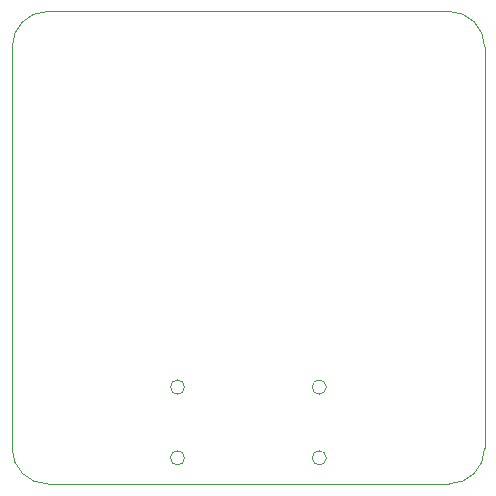
<source format=gm1>
%TF.GenerationSoftware,KiCad,Pcbnew,(6.0.0-0)*%
%TF.CreationDate,2022-08-17T21:28:40+02:00*%
%TF.ProjectId,wm8758b_codec_breakout,776d3837-3538-4625-9f63-6f6465635f62,rev?*%
%TF.SameCoordinates,Original*%
%TF.FileFunction,Profile,NP*%
%FSLAX46Y46*%
G04 Gerber Fmt 4.6, Leading zero omitted, Abs format (unit mm)*
G04 Created by KiCad (PCBNEW (6.0.0-0)) date 2022-08-17 21:28:40*
%MOMM*%
%LPD*%
G01*
G04 APERTURE LIST*
%TA.AperFunction,Profile*%
%ADD10C,0.050000*%
%TD*%
%TA.AperFunction,Profile*%
%ADD11C,0.120000*%
%TD*%
G04 APERTURE END LIST*
D10*
X170000000Y-63000000D02*
G75*
G03*
X167000000Y-60000000I-3000001J-1D01*
G01*
X130000000Y-97000000D02*
X130000000Y-63000000D01*
X133000000Y-60000000D02*
G75*
G03*
X130000000Y-63000000I1J-3000001D01*
G01*
X167000000Y-100000000D02*
X133000000Y-100000000D01*
X170000000Y-63000000D02*
X170000000Y-97000000D01*
X133000000Y-60000000D02*
X167000000Y-60000000D01*
X167000000Y-100000000D02*
G75*
G03*
X170000000Y-97000000I-1J3000001D01*
G01*
X130000000Y-97000000D02*
G75*
G03*
X133000000Y-100000000I3000001J1D01*
G01*
D11*
%TO.C,J101*%
X144600000Y-91800000D02*
G75*
G03*
X144600000Y-91800000I-600000J0D01*
G01*
X144600000Y-97800000D02*
G75*
G03*
X144600000Y-97800000I-600000J0D01*
G01*
%TO.C,J102*%
X156600000Y-97800000D02*
G75*
G03*
X156600000Y-97800000I-600000J0D01*
G01*
X156600000Y-91800000D02*
G75*
G03*
X156600000Y-91800000I-600000J0D01*
G01*
%TD*%
M02*

</source>
